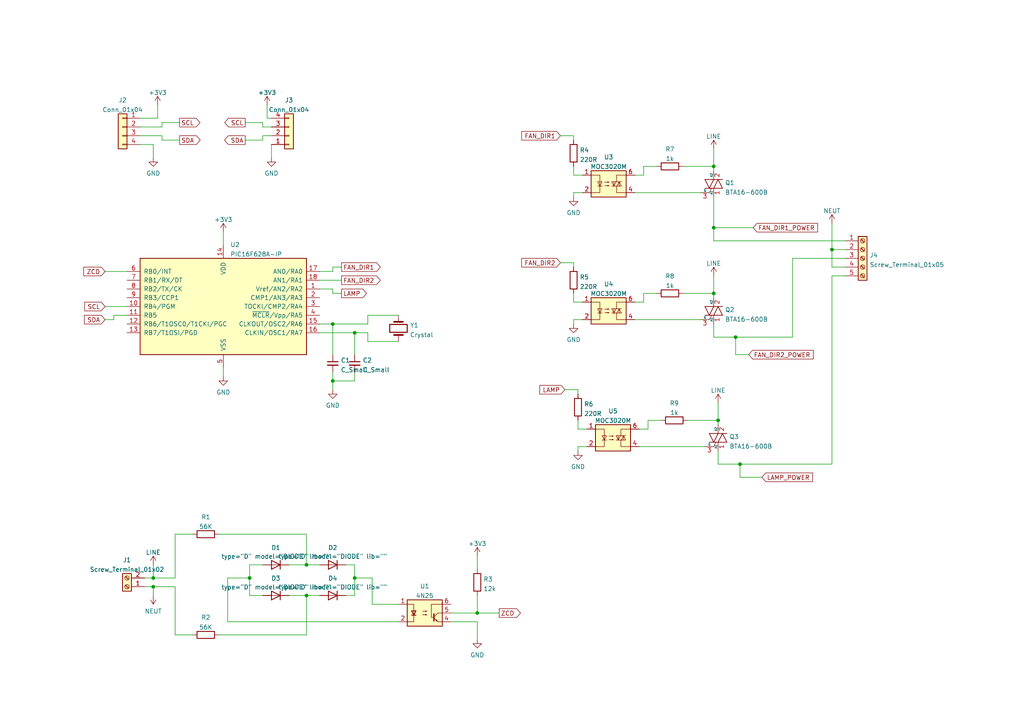
<source format=kicad_sch>
(kicad_sch (version 20211123) (generator eeschema)
  (paper "A4")
  (lib_symbols
    (symbol "Connector:Screw_Terminal_01x02" (pin_names (offset 1.016) hide)
      (property "Reference" "J" (at 0 2.54 0))
      (property "Value" "Screw_Terminal_01x02" (at 0 -5.08 0))
      (symbol "Screw_Terminal_01x02_1_1"
        (rectangle (start -1.27 1.27) (end 1.27 -3.81) (stroke (width 0.254)) (fill (type background)))
        (circle (center 0 -2.54) (radius 0.635) (stroke (width 0.1524)))
        (polyline (pts (xy -0.5334 -2.2098) (xy 0.3302 -3.048)) (stroke (width 0.1524)))
        (polyline (pts (xy -0.5334 0.3302) (xy 0.3302 -0.508)) (stroke (width 0.1524)))
        (polyline (pts (xy -0.3556 -2.032) (xy 0.508 -2.8702)) (stroke (width 0.1524)))
        (polyline (pts (xy -0.3556 0.508) (xy 0.508 -0.3302)) (stroke (width 0.1524)))
        (circle (center 0 0) (radius 0.635) (stroke (width 0.1524)))
        (pin passive line (at -5.08 0 0) (length 3.81) (name "Pin_1") (number "1"))
        (pin passive line (at -5.08 -2.54 0) (length 3.81) (name "Pin_2") (number "2"))
      )
    )
    (symbol "Connector:Screw_Terminal_01x05" (pin_names (offset 1.016) hide)
      (property "Reference" "J" (at 0 7.62 0))
      (property "Value" "Screw_Terminal_01x05" (at 0 -7.62 0))
      (symbol "Screw_Terminal_01x05_1_1"
        (rectangle (start -1.27 6.35) (end 1.27 -6.35) (stroke (width 0.254)) (fill (type background)))
        (circle (center 0 -5.08) (radius 0.635) (stroke (width 0.1524)))
        (circle (center 0 -2.54) (radius 0.635) (stroke (width 0.1524)))
        (polyline (pts (xy -0.5334 -4.7498) (xy 0.3302 -5.588)) (stroke (width 0.1524)))
        (polyline (pts (xy -0.5334 -2.2098) (xy 0.3302 -3.048)) (stroke (width 0.1524)))
        (polyline (pts (xy -0.5334 0.3302) (xy 0.3302 -0.508)) (stroke (width 0.1524)))
        (polyline (pts (xy -0.5334 2.8702) (xy 0.3302 2.032)) (stroke (width 0.1524)))
        (polyline (pts (xy -0.5334 5.4102) (xy 0.3302 4.572)) (stroke (width 0.1524)))
        (polyline (pts (xy -0.3556 -4.572) (xy 0.508 -5.4102)) (stroke (width 0.1524)))
        (polyline (pts (xy -0.3556 -2.032) (xy 0.508 -2.8702)) (stroke (width 0.1524)))
        (polyline (pts (xy -0.3556 0.508) (xy 0.508 -0.3302)) (stroke (width 0.1524)))
        (polyline (pts (xy -0.3556 3.048) (xy 0.508 2.2098)) (stroke (width 0.1524)))
        (polyline (pts (xy -0.3556 5.588) (xy 0.508 4.7498)) (stroke (width 0.1524)))
        (circle (center 0 0) (radius 0.635) (stroke (width 0.1524)))
        (circle (center 0 2.54) (radius 0.635) (stroke (width 0.1524)))
        (circle (center 0 5.08) (radius 0.635) (stroke (width 0.1524)))
        (pin passive line (at -5.08 5.08 0) (length 3.81) (name "Pin_1") (number "1"))
        (pin passive line (at -5.08 2.54 0) (length 3.81) (name "Pin_2") (number "2"))
        (pin passive line (at -5.08 0 0) (length 3.81) (name "Pin_3") (number "3"))
        (pin passive line (at -5.08 -2.54 0) (length 3.81) (name "Pin_4") (number "4"))
        (pin passive line (at -5.08 -5.08 0) (length 3.81) (name "Pin_5") (number "5"))
      )
    )
    (symbol "Connector_Generic:Conn_01x04" (pin_names (offset 1.016) hide)
      (property "Reference" "J" (at 0 5.08 0))
      (property "Value" "Conn_01x04" (at 0 -7.62 0))
      (symbol "Conn_01x04_1_1"
        (rectangle (start -1.27 -4.953) (end 0 -5.207) (stroke (width 0.1524)))
        (rectangle (start -1.27 -2.413) (end 0 -2.667) (stroke (width 0.1524)))
        (rectangle (start -1.27 0.127) (end 0 -0.127) (stroke (width 0.1524)))
        (rectangle (start -1.27 2.667) (end 0 2.413) (stroke (width 0.1524)))
        (rectangle (start -1.27 3.81) (end 1.27 -6.35) (stroke (width 0.254)) (fill (type background)))
        (pin passive line (at -5.08 2.54 0) (length 3.81) (name "Pin_1") (number "1"))
        (pin passive line (at -5.08 0 0) (length 3.81) (name "Pin_2") (number "2"))
        (pin passive line (at -5.08 -2.54 0) (length 3.81) (name "Pin_3") (number "3"))
        (pin passive line (at -5.08 -5.08 0) (length 3.81) (name "Pin_4") (number "4"))
      )
    )
    (symbol "Device:C_Small" (pin_numbers hide) (pin_names (offset 0.254) hide)
      (property "Reference" "C" (at 0.254 1.778 0))
      (property "Value" "C_Small" (at 0.254 -2.032 0))
      (symbol "C_Small_0_1"
        (polyline (pts (xy -1.524 -0.508) (xy 1.524 -0.508)) (stroke (width 0.3302)))
        (polyline (pts (xy -1.524 0.508) (xy 1.524 0.508)) (stroke (width 0.3048)))
      )
      (symbol "C_Small_1_1"
        (pin passive line (at 0 2.54 270) (length 2.032) (name "~") (number "1"))
        (pin passive line (at 0 -2.54 90) (length 2.032) (name "~") (number "2"))
      )
    )
    (symbol "Device:Crystal" (pin_numbers hide) (pin_names (offset 1.016) hide)
      (property "Reference" "Y" (at 0 3.81 0))
      (property "Value" "Crystal" (at 0 -3.81 0))
      (symbol "Crystal_0_1"
        (rectangle (start -1.143 2.54) (end 1.143 -2.54) (stroke (width 0.3048)))
        (polyline (pts (xy -2.54 0) (xy -1.905 0)))
        (polyline (pts (xy -1.905 -1.27) (xy -1.905 1.27)) (stroke (width 0.508)))
        (polyline (pts (xy 1.905 -1.27) (xy 1.905 1.27)) (stroke (width 0.508)))
        (polyline (pts (xy 2.54 0) (xy 1.905 0)))
      )
      (symbol "Crystal_1_1"
        (pin passive line (at -3.81 0 0) (length 1.27) (name "1") (number "1"))
        (pin passive line (at 3.81 0 180) (length 1.27) (name "2") (number "2"))
      )
    )
    (symbol "Device:R" (pin_numbers hide) (pin_names (offset 0))
      (property "Reference" "R" (at 2.032 0 90))
      (property "Value" "R" (at 0 0 90))
      (symbol "R_0_1"
        (rectangle (start -1.016 -2.54) (end 1.016 2.54) (stroke (width 0.254)))
      )
      (symbol "R_1_1"
        (pin passive line (at 0 3.81 270) (length 1.27) (name "~") (number "1"))
        (pin passive line (at 0 -3.81 90) (length 1.27) (name "~") (number "2"))
      )
    )
    (symbol "Diode:1N4001" (pin_numbers hide) (pin_names (offset 1.016) hide)
      (property "Reference" "D" (at 0 2.54 0))
      (property "Value" "1N4001" (at 0 -2.54 0))
      (symbol "1N4001_0_1"
        (polyline (pts (xy -1.27 1.27) (xy -1.27 -1.27)) (stroke (width 0.254)))
        (polyline (pts (xy 1.27 0) (xy -1.27 0)))
        (polyline (pts (xy 1.27 1.27) (xy 1.27 -1.27) (xy -1.27 0) (xy 1.27 1.27)) (stroke (width 0.254)))
      )
      (symbol "1N4001_1_1"
        (pin passive line (at -3.81 0 0) (length 2.54) (name "K") (number "1"))
        (pin passive line (at 3.81 0 180) (length 2.54) (name "A") (number "2"))
      )
    )
    (symbol "Isolator:4N25" (pin_names (offset 1.016))
      (property "Reference" "U" (at -5.08 5.08 0))
      (property "Value" "4N25" (at 0 5.08 0))
      (symbol "4N25_0_1"
        (rectangle (start -5.08 3.81) (end 5.08 -3.81) (stroke (width 0.254)) (fill (type background)))
        (polyline (pts (xy -3.81 -0.635) (xy -2.54 -0.635)) (stroke (width 0.254)))
        (polyline (pts (xy 2.667 -1.397) (xy 3.81 -2.54)))
        (polyline (pts (xy 2.667 -1.143) (xy 3.81 0)))
        (polyline (pts (xy 3.81 -2.54) (xy 5.08 -2.54)))
        (polyline (pts (xy 3.81 0) (xy 5.08 0)))
        (polyline (pts (xy 2.667 -0.254) (xy 2.667 -2.286) (xy 2.667 -2.286)) (stroke (width 0.3556)))
        (polyline (pts (xy -5.08 -2.54) (xy -3.175 -2.54) (xy -3.175 2.54) (xy -5.08 2.54)))
        (polyline (pts (xy -3.175 -0.635) (xy -3.81 0.635) (xy -2.54 0.635) (xy -3.175 -0.635)) (stroke (width 0.254)))
        (polyline (pts (xy 3.683 -2.413) (xy 3.429 -1.905) (xy 3.175 -2.159) (xy 3.683 -2.413)))
        (polyline (pts (xy 5.08 2.54) (xy 1.905 2.54) (xy 1.905 -1.27) (xy 2.54 -1.27)))
        (polyline (pts (xy -0.635 -0.508) (xy 0.635 -0.508) (xy 0.254 -0.635) (xy 0.254 -0.381) (xy 0.635 -0.508)))
        (polyline (pts (xy -0.635 0.508) (xy 0.635 0.508) (xy 0.254 0.381) (xy 0.254 0.635) (xy 0.635 0.508)))
      )
      (symbol "4N25_1_1"
        (pin passive line (at -7.62 2.54 0) (length 2.54) (name "~") (number "1"))
        (pin passive line (at -7.62 -2.54 0) (length 2.54) (name "~") (number "2"))
        (pin no_connect line (at -5.08 0 0) (length 2.54) hide (name "NC") (number "3"))
        (pin passive line (at 7.62 -2.54 180) (length 2.54) (name "~") (number "4"))
        (pin passive line (at 7.62 0 180) (length 2.54) (name "~") (number "5"))
        (pin passive line (at 7.62 2.54 180) (length 2.54) (name "~") (number "6"))
      )
    )
    (symbol "MCU_Microchip_PIC16:PIC16F628A-IP" (pin_names (offset 1.016))
      (property "Reference" "U" (at -24.13 17.78 0))
      (property "Value" "PIC16F628A-IP" (at -24.13 15.24 0))
      (symbol "PIC16F628A-IP_0_1"
        (rectangle (start 24.13 13.97) (end -24.13 -13.97) (stroke (width 0.254)) (fill (type background)))
      )
      (symbol "PIC16F628A-IP_1_1"
        (pin bidirectional line (at 27.94 5.08 180) (length 3.81) (name "Vref/AN2/RA2") (number "1"))
        (pin bidirectional line (at -27.94 0 0) (length 3.81) (name "RB4/PGM") (number "10"))
        (pin bidirectional line (at -27.94 -2.54 0) (length 3.81) (name "RB5") (number "11"))
        (pin bidirectional line (at -27.94 -5.08 0) (length 3.81) (name "RB6/T1OSC0/T1CKI/PGC") (number "12"))
        (pin bidirectional line (at -27.94 -7.62 0) (length 3.81) (name "RB7/T1OSI/PGD") (number "13"))
        (pin power_in line (at 0 17.78 270) (length 3.81) (name "VDD") (number "14"))
        (pin bidirectional line (at 27.94 -5.08 180) (length 3.81) (name "CLKOUT/OSC2/RA6") (number "15"))
        (pin bidirectional line (at 27.94 -7.62 180) (length 3.81) (name "CLKIN/OSC1/RA7") (number "16"))
        (pin bidirectional line (at 27.94 10.16 180) (length 3.81) (name "AN0/RA0") (number "17"))
        (pin bidirectional line (at 27.94 7.62 180) (length 3.81) (name "AN1/RA1") (number "18"))
        (pin bidirectional line (at 27.94 2.54 180) (length 3.81) (name "CMP1/AN3/RA3") (number "2"))
        (pin bidirectional line (at 27.94 0 180) (length 3.81) (name "TOCKI/CMP2/RA4") (number "3"))
        (pin input line (at 27.94 -2.54 180) (length 3.81) (name "~{MCLR}/Vpp/RA5") (number "4"))
        (pin power_in line (at 0 -17.78 90) (length 3.81) (name "VSS") (number "5"))
        (pin bidirectional line (at -27.94 10.16 0) (length 3.81) (name "RB0/INT") (number "6"))
        (pin bidirectional line (at -27.94 7.62 0) (length 3.81) (name "RB1/RX/DT") (number "7"))
        (pin bidirectional line (at -27.94 5.08 0) (length 3.81) (name "RB2/TX/CK") (number "8"))
        (pin bidirectional line (at -27.94 2.54 0) (length 3.81) (name "RB3/CCP1") (number "9"))
      )
    )
    (symbol "Relay_SolidState:MOC3020M"
      (property "Reference" "U" (at -5.334 4.826 0))
      (property "Value" "MOC3020M" (at 0 5.08 0))
      (symbol "MOC3020M_0_1"
        (rectangle (start -5.08 3.81) (end 5.08 -3.81) (stroke (width 0.254)) (fill (type background)))
        (polyline (pts (xy -3.175 -0.635) (xy -1.905 -0.635)))
        (polyline (pts (xy 1.524 -0.635) (xy 1.524 0.635)))
        (polyline (pts (xy 3.048 0.635) (xy 3.048 -0.635)))
        (polyline (pts (xy 2.286 -0.635) (xy 2.286 -2.54) (xy 5.08 -2.54)))
        (polyline (pts (xy 2.286 0.635) (xy 2.286 2.54) (xy 5.08 2.54)))
        (polyline (pts (xy -5.08 2.54) (xy -2.54 2.54) (xy -2.54 -2.54) (xy -5.08 -2.54)))
        (polyline (pts (xy -2.54 -0.635) (xy -3.175 0.635) (xy -1.905 0.635) (xy -2.54 -0.635)))
        (polyline (pts (xy 0.889 -0.635) (xy 3.683 -0.635) (xy 3.048 0.635) (xy 2.413 -0.635)))
        (polyline (pts (xy 3.683 0.635) (xy 0.889 0.635) (xy 1.524 -0.635) (xy 2.159 0.635)))
        (polyline (pts (xy -1.143 -0.508) (xy 0.127 -0.508) (xy -0.254 -0.635) (xy -0.254 -0.381) (xy 0.127 -0.508)))
        (polyline (pts (xy -1.143 0.508) (xy 0.127 0.508) (xy -0.254 0.381) (xy -0.254 0.635) (xy 0.127 0.508)))
      )
      (symbol "MOC3020M_1_1"
        (pin passive line (at -7.62 2.54 0) (length 2.54) (name "~") (number "1"))
        (pin passive line (at -7.62 -2.54 0) (length 2.54) (name "~") (number "2"))
        (pin no_connect line (at -5.08 0 0) (length 2.54) hide (name "NC") (number "3"))
        (pin passive line (at 7.62 -2.54 180) (length 2.54) (name "~") (number "4"))
        (pin no_connect line (at 5.08 0 180) (length 2.54) hide (name "NC") (number "5"))
        (pin passive line (at 7.62 2.54 180) (length 2.54) (name "~") (number "6"))
      )
    )
    (symbol "Triac_Thyristor:BTA16-600B" (pin_names (offset 0))
      (property "Reference" "Q" (at 5.08 1.905 0))
      (property "Value" "BTA16-600B" (at 5.08 0 0))
      (symbol "BTA16-600B_0_1"
        (polyline (pts (xy -2.54 -1.27) (xy 2.54 -1.27)) (stroke (width 0.2032)))
        (polyline (pts (xy -2.54 1.27) (xy 2.54 1.27)) (stroke (width 0.2032)))
        (polyline (pts (xy -1.27 -2.54) (xy -0.635 -1.27)))
        (polyline (pts (xy -2.54 1.27) (xy -1.27 -1.27) (xy 0 1.27)) (stroke (width 0.2032)))
        (polyline (pts (xy 0 -1.27) (xy 1.27 1.27) (xy 2.54 -1.27)) (stroke (width 0.2032)))
      )
      (symbol "BTA16-600B_1_1"
        (pin passive line (at 0 -3.81 90) (length 2.54) (name "A1") (number "1"))
        (pin passive line (at 0 3.81 270) (length 2.54) (name "A2") (number "2"))
        (pin input line (at -3.81 -2.54 0) (length 2.54) (name "G") (number "3"))
      )
    )
    (symbol "power:+3.3V" (power) (pin_names (offset 0))
      (property "Value" "+3.3V" (at 0 3.556 0))
      (symbol "+3.3V_0_1"
        (polyline (pts (xy -0.762 1.27) (xy 0 2.54)))
        (polyline (pts (xy 0 0) (xy 0 2.54)))
        (polyline (pts (xy 0 2.54) (xy 0.762 1.27)))
      )
      (symbol "+3.3V_1_1"
        (pin power_in line (at 0 0 90) (length 0) hide (name "+3V3") (number "1"))
      )
    )
    (symbol "power:GND" (power) (pin_names (offset 0))
      (property "Value" "GND" (at 0 -3.81 0))
      (symbol "GND_0_1"
        (polyline (pts (xy 0 0) (xy 0 -1.27) (xy 1.27 -1.27) (xy 0 -2.54) (xy -1.27 -1.27) (xy 0 -1.27)))
      )
      (symbol "GND_1_1"
        (pin power_in line (at 0 0 270) (length 0) hide (name "GND") (number "1"))
      )
    )
    (symbol "power:LINE" (power) (pin_names (offset 0))
      (property "Value" "LINE" (at 0 3.81 0))
      (symbol "LINE_0_1"
        (polyline (pts (xy -0.762 1.27) (xy 0 2.54)))
        (polyline (pts (xy 0 0) (xy 0 2.54)))
        (polyline (pts (xy 0 2.54) (xy 0.762 1.27)))
      )
      (symbol "LINE_1_1"
        (pin power_in line (at 0 0 90) (length 0) hide (name "LINE") (number "1"))
      )
    )
    (symbol "power:NEUT" (power) (pin_names (offset 0))
      (property "Value" "NEUT" (at 0 3.81 0))
      (symbol "NEUT_0_1"
        (polyline (pts (xy -0.762 1.27) (xy 0 2.54)))
        (polyline (pts (xy 0 0) (xy 0 2.54)))
        (polyline (pts (xy 0 2.54) (xy 0.762 1.27)))
      )
      (symbol "NEUT_1_1"
        (pin power_in line (at 0 0 90) (length 0) hide (name "NEUT") (number "1"))
      )
    )
  )
  (junction (at 102.87 96.52))
  (junction (at 207.01 85.09))
  (junction (at 214.63 134.62))
  (junction (at 102.87 167.64))
  (junction (at 213.36 97.79))
  (junction (at 207.01 48.26))
  (junction (at 88.9 172.72))
  (junction (at 207.01 66.04))
  (junction (at 72.39 167.64))
  (junction (at 88.9 163.83))
  (junction (at 96.52 110.49))
  (junction (at 241.3 72.39))
  (junction (at 208.28 121.92))
  (junction (at 138.43 177.8))
  (junction (at 44.45 170.18))
  (junction (at 96.52 93.98))
  (junction (at 44.45 167.64))
  (wire (pts (xy 107.95 175.26) (xy 107.95 167.64)))
  (wire (pts (xy 106.68 96.52) (xy 102.87 96.52)))
  (wire (pts (xy 190.5 85.09) (xy 186.69 85.09)))
  (wire (pts (xy 199.39 121.92) (xy 208.28 121.92)))
  (wire (pts (xy 76.2 36.83) (xy 78.74 36.83)))
  (wire (pts (xy 88.9 154.94) (xy 88.9 163.83)))
  (wire (pts (xy 64.77 106.68) (xy 64.77 109.22)))
  (wire (pts (xy 214.63 138.43) (xy 214.63 134.62)))
  (wire (pts (xy 207.01 86.36) (xy 207.01 85.09)))
  (wire (pts (xy 76.2 36.83) (xy 76.2 35.56)))
  (wire (pts (xy 71.12 40.64) (xy 76.2 40.64)))
  (wire (pts (xy 198.12 48.26) (xy 207.01 48.26)))
  (wire (pts (xy 214.63 134.62) (xy 241.3 134.62)))
  (wire (pts (xy 44.45 41.91) (xy 44.45 45.72)))
  (wire (pts (xy 100.33 163.83) (xy 102.87 163.83)))
  (wire (pts (xy 166.37 48.26) (xy 166.37 50.8)))
  (wire (pts (xy 63.5 184.15) (xy 88.9 184.15)))
  (wire (pts (xy 50.8 184.15) (xy 50.8 170.18)))
  (wire (pts (xy 55.88 184.15) (xy 50.8 184.15)))
  (wire (pts (xy 50.8 154.94) (xy 50.8 167.64)))
  (wire (pts (xy 245.11 74.93) (xy 229.87 74.93)))
  (wire (pts (xy 83.82 172.72) (xy 88.9 172.72)))
  (wire (pts (xy 115.57 175.26) (xy 107.95 175.26)))
  (wire (pts (xy 50.8 170.18) (xy 44.45 170.18)))
  (wire (pts (xy 162.56 39.37) (xy 166.37 39.37)))
  (wire (pts (xy 207.01 69.85) (xy 245.11 69.85)))
  (wire (pts (xy 191.77 121.92) (xy 187.96 121.92)))
  (wire (pts (xy 96.52 110.49) (xy 96.52 113.03)))
  (wire (pts (xy 106.68 91.44) (xy 106.68 93.98)))
  (wire (pts (xy 207.01 66.04) (xy 218.44 66.04)))
  (wire (pts (xy 102.87 110.49) (xy 96.52 110.49)))
  (wire (pts (xy 166.37 57.15) (xy 166.37 55.88)))
  (wire (pts (xy 96.52 83.82) (xy 92.71 83.82)))
  (wire (pts (xy 96.52 93.98) (xy 92.71 93.98)))
  (wire (pts (xy 167.64 124.46) (xy 170.18 124.46)))
  (wire (pts (xy 40.64 41.91) (xy 44.45 41.91)))
  (wire (pts (xy 167.64 129.54) (xy 170.18 129.54)))
  (wire (pts (xy 115.57 99.06) (xy 106.68 99.06)))
  (wire (pts (xy 208.28 134.62) (xy 208.28 130.81)))
  (wire (pts (xy 130.81 180.34) (xy 138.43 180.34)))
  (wire (pts (xy 76.2 40.64) (xy 76.2 39.37)))
  (wire (pts (xy 138.43 177.8) (xy 130.81 177.8)))
  (wire (pts (xy 166.37 92.71) (xy 168.91 92.71)))
  (wire (pts (xy 213.36 97.79) (xy 207.01 97.79)))
  (wire (pts (xy 78.74 41.91) (xy 78.74 45.72)))
  (wire (pts (xy 167.64 121.92) (xy 167.64 124.46)))
  (wire (pts (xy 138.43 180.34) (xy 138.43 185.42)))
  (wire (pts (xy 46.99 36.83) (xy 46.99 35.56)))
  (wire (pts (xy 208.28 134.62) (xy 214.63 134.62)))
  (wire (pts (xy 88.9 172.72) (xy 92.71 172.72)))
  (wire (pts (xy 92.71 81.28) (xy 99.06 81.28)))
  (wire (pts (xy 83.82 163.83) (xy 88.9 163.83)))
  (wire (pts (xy 115.57 91.44) (xy 106.68 91.44)))
  (wire (pts (xy 163.83 113.03) (xy 167.64 113.03)))
  (wire (pts (xy 102.87 163.83) (xy 102.87 167.64)))
  (wire (pts (xy 167.64 113.03) (xy 167.64 114.3)))
  (wire (pts (xy 102.87 167.64) (xy 102.87 172.72)))
  (wire (pts (xy 138.43 172.72) (xy 138.43 177.8)))
  (wire (pts (xy 229.87 97.79) (xy 213.36 97.79)))
  (wire (pts (xy 217.17 102.87) (xy 213.36 102.87)))
  (wire (pts (xy 213.36 97.79) (xy 213.36 102.87)))
  (wire (pts (xy 44.45 167.64) (xy 41.91 167.64)))
  (wire (pts (xy 36.83 91.44) (xy 33.02 91.44)))
  (wire (pts (xy 96.52 107.95) (xy 96.52 110.49)))
  (wire (pts (xy 45.72 34.29) (xy 45.72 30.48)))
  (wire (pts (xy 44.45 163.83) (xy 44.45 167.64)))
  (wire (pts (xy 72.39 167.64) (xy 72.39 172.72)))
  (wire (pts (xy 99.06 85.09) (xy 96.52 85.09)))
  (wire (pts (xy 241.3 72.39) (xy 245.11 72.39)))
  (wire (pts (xy 76.2 39.37) (xy 78.74 39.37)))
  (wire (pts (xy 33.02 92.71) (xy 30.48 92.71)))
  (wire (pts (xy 50.8 167.64) (xy 44.45 167.64)))
  (wire (pts (xy 63.5 154.94) (xy 88.9 154.94)))
  (wire (pts (xy 102.87 107.95) (xy 102.87 110.49)))
  (wire (pts (xy 186.69 50.8) (xy 184.15 50.8)))
  (wire (pts (xy 107.95 167.64) (xy 102.87 167.64)))
  (wire (pts (xy 245.11 77.47) (xy 241.3 77.47)))
  (wire (pts (xy 46.99 40.64) (xy 46.99 39.37)))
  (wire (pts (xy 33.02 91.44) (xy 33.02 92.71)))
  (wire (pts (xy 166.37 87.63) (xy 168.91 87.63)))
  (wire (pts (xy 88.9 184.15) (xy 88.9 172.72)))
  (wire (pts (xy 96.52 85.09) (xy 96.52 83.82)))
  (wire (pts (xy 166.37 85.09) (xy 166.37 87.63)))
  (wire (pts (xy 186.69 87.63) (xy 184.15 87.63)))
  (wire (pts (xy 66.04 180.34) (xy 66.04 167.64)))
  (wire (pts (xy 40.64 39.37) (xy 46.99 39.37)))
  (wire (pts (xy 72.39 172.72) (xy 76.2 172.72)))
  (wire (pts (xy 40.64 34.29) (xy 45.72 34.29)))
  (wire (pts (xy 166.37 50.8) (xy 168.91 50.8)))
  (wire (pts (xy 102.87 96.52) (xy 92.71 96.52)))
  (wire (pts (xy 241.3 80.01) (xy 245.11 80.01)))
  (wire (pts (xy 138.43 161.29) (xy 138.43 165.1)))
  (wire (pts (xy 76.2 35.56) (xy 71.12 35.56)))
  (wire (pts (xy 96.52 77.47) (xy 96.52 78.74)))
  (wire (pts (xy 55.88 154.94) (xy 50.8 154.94)))
  (wire (pts (xy 208.28 116.84) (xy 208.28 121.92)))
  (wire (pts (xy 187.96 121.92) (xy 187.96 124.46)))
  (wire (pts (xy 186.69 48.26) (xy 186.69 50.8)))
  (wire (pts (xy 241.3 64.77) (xy 241.3 72.39)))
  (wire (pts (xy 96.52 78.74) (xy 92.71 78.74)))
  (wire (pts (xy 184.15 55.88) (xy 203.2 55.88)))
  (wire (pts (xy 88.9 163.83) (xy 92.71 163.83)))
  (wire (pts (xy 46.99 35.56) (xy 52.07 35.56)))
  (wire (pts (xy 77.47 34.29) (xy 77.47 30.48)))
  (wire (pts (xy 162.56 76.2) (xy 166.37 76.2)))
  (wire (pts (xy 207.01 97.79) (xy 207.01 93.98)))
  (wire (pts (xy 186.69 85.09) (xy 186.69 87.63)))
  (wire (pts (xy 198.12 85.09) (xy 207.01 85.09)))
  (wire (pts (xy 166.37 76.2) (xy 166.37 77.47)))
  (wire (pts (xy 115.57 180.34) (xy 66.04 180.34)))
  (wire (pts (xy 77.47 34.29) (xy 78.74 34.29)))
  (wire (pts (xy 52.07 40.64) (xy 46.99 40.64)))
  (wire (pts (xy 76.2 163.83) (xy 72.39 163.83)))
  (wire (pts (xy 166.37 55.88) (xy 168.91 55.88)))
  (wire (pts (xy 138.43 177.8) (xy 144.78 177.8)))
  (wire (pts (xy 229.87 74.93) (xy 229.87 97.79)))
  (wire (pts (xy 207.01 57.15) (xy 207.01 66.04)))
  (wire (pts (xy 166.37 93.98) (xy 166.37 92.71)))
  (wire (pts (xy 44.45 170.18) (xy 41.91 170.18)))
  (wire (pts (xy 207.01 43.18) (xy 207.01 48.26)))
  (wire (pts (xy 220.98 138.43) (xy 214.63 138.43)))
  (wire (pts (xy 241.3 77.47) (xy 241.3 72.39)))
  (wire (pts (xy 207.01 49.53) (xy 207.01 48.26)))
  (wire (pts (xy 190.5 48.26) (xy 186.69 48.26)))
  (wire (pts (xy 30.48 88.9) (xy 36.83 88.9)))
  (wire (pts (xy 106.68 99.06) (xy 106.68 96.52)))
  (wire (pts (xy 185.42 129.54) (xy 204.47 129.54)))
  (wire (pts (xy 102.87 172.72) (xy 100.33 172.72)))
  (wire (pts (xy 167.64 130.81) (xy 167.64 129.54)))
  (wire (pts (xy 166.37 39.37) (xy 166.37 40.64)))
  (wire (pts (xy 30.48 78.74) (xy 36.83 78.74)))
  (wire (pts (xy 66.04 167.64) (xy 72.39 167.64)))
  (wire (pts (xy 96.52 93.98) (xy 96.52 102.87)))
  (wire (pts (xy 207.01 66.04) (xy 207.01 69.85)))
  (wire (pts (xy 207.01 80.01) (xy 207.01 85.09)))
  (wire (pts (xy 208.28 123.19) (xy 208.28 121.92)))
  (wire (pts (xy 187.96 124.46) (xy 185.42 124.46)))
  (wire (pts (xy 40.64 36.83) (xy 46.99 36.83)))
  (wire (pts (xy 184.15 92.71) (xy 203.2 92.71)))
  (wire (pts (xy 64.77 67.31) (xy 64.77 71.12)))
  (wire (pts (xy 72.39 163.83) (xy 72.39 167.64)))
  (wire (pts (xy 106.68 93.98) (xy 96.52 93.98)))
  (wire (pts (xy 99.06 77.47) (xy 96.52 77.47)))
  (wire (pts (xy 241.3 134.62) (xy 241.3 80.01)))
  (wire (pts (xy 44.45 172.72) (xy 44.45 170.18)))
  (wire (pts (xy 102.87 96.52) (xy 102.87 102.87)))
  (global_label "SCL" (shape output) (at 71.12 35.56 180) (property "Referências entre as folhas" "${INTERSHEET_REFS}" (effects hide)))
  (global_label "FAN_DIR2" (shape output) (at 99.06 81.28 0) (property "Referências entre as folhas" "${INTERSHEET_REFS}" (effects hide)))
  (global_label "LAMP" (shape output) (at 99.06 85.09 0) (property "Referências entre as folhas" "${INTERSHEET_REFS}" (effects hide)))
  (global_label "SCL" (shape output) (at 52.07 35.56 0) (property "Referências entre as folhas" "${INTERSHEET_REFS}" (effects hide)))
  (global_label "FAN_DIR1" (shape output) (at 99.06 77.47 0) (property "Referências entre as folhas" "${INTERSHEET_REFS}" (effects hide)))
  (global_label "SDA" (shape input) (at 30.48 92.71 180) (property "Referências entre as folhas" "${INTERSHEET_REFS}" (effects hide)))
  (global_label "SDA" (shape output) (at 52.07 40.64 0) (property "Referências entre as folhas" "${INTERSHEET_REFS}" (effects hide)))
  (global_label "ZCD" (shape output) (at 144.78 177.8 0) (property "Referências entre as folhas" "${INTERSHEET_REFS}" (effects hide)))
  (global_label "ZCD" (shape input) (at 30.48 78.74 180) (property "Referências entre as folhas" "${INTERSHEET_REFS}" (effects hide)))
  (global_label "SDA" (shape output) (at 71.12 40.64 180) (property "Referências entre as folhas" "${INTERSHEET_REFS}" (effects hide)))
  (global_label "LAMP_POWER" (shape input) (at 220.98 138.43 0) (property "Intersheet References" "${INTERSHEET_REFS}" (effects hide)))
  (global_label "FAN_DIR2" (shape input) (at 162.56 76.2 180) (property "Referências entre as folhas" "${INTERSHEET_REFS}" (effects hide)))
  (global_label "LAMP" (shape input) (at 163.83 113.03 180) (property "Referências entre as folhas" "${INTERSHEET_REFS}" (effects hide)))
  (global_label "FAN_DIR1_POWER" (shape input) (at 218.44 66.04 0) (property "Intersheet References" "${INTERSHEET_REFS}" (effects hide)))
  (global_label "SCL" (shape input) (at 30.48 88.9 180) (property "Referências entre as folhas" "${INTERSHEET_REFS}" (effects hide)))
  (global_label "FAN_DIR2_POWER" (shape input) (at 217.17 102.87 0) (property "Intersheet References" "${INTERSHEET_REFS}" (effects hide)))
  (global_label "FAN_DIR1" (shape input) (at 162.56 39.37 180) (property "Referências entre as folhas" "${INTERSHEET_REFS}" (effects hide)))
  (symbol (lib_id "power:+3.3V") (at 138.43 161.29 0) (unit 1)
    (property "Reference" "#PWR0111" (effects hide))
    (property "Value" "+3.3V" (at 138.43 157.6855 0))
  )
  (symbol (lib_id "Device:R") (at 195.58 121.92 270) (unit 1)
    (property "Reference" "R9" (at 195.58 116.9375 90))
    (property "Value" "1k" (at 195.58 119.7126 90))
    (property "Footprint" "Resistor_THT:R_Axial_DIN0207_L6.3mm_D2.5mm_P10.16mm_Horizontal" (effects hide))
  )
  (symbol (lib_id "Device:C_Small") (at 102.87 105.41 0) (unit 1)
    (property "Reference" "C2" (at 105.1941 104.5078 0) (effects (justify left)))
    (property "Value" "C_Small" (at 105.1941 107.2829 0) (effects (justify left)))
    (property "Footprint" "Capacitor_THT:C_Disc_D3.0mm_W1.6mm_P2.50mm" (effects hide))
  )
  (symbol (lib_id "Diode:1N4001") (at 96.52 163.83 180) (unit 1)
    (property "Reference" "D2" (at 96.52 158.8602 0))
    (property "Value" "DIODE" (at 96.52 161.3971 0))
    (property "Footprint" "Diode_THT:D_A-405_P7.62mm_Horizontal" (effects hide))
    (property "Datasheet" "http://www.vishay.com/docs/88503/1n4001.pdf" (effects hide))
    (property "Spice_Netlist_Enabled" "Y" (effects hide))
    (property "Spice_Primitive" "D" (effects hide))
  )
  (symbol (lib_id "Relay_SolidState:MOC3020M") (at 176.53 90.17 0) (unit 1)
    (property "Reference" "U4" (at 176.53 82.3935 0))
    (property "Value" "MOC3020M" (at 176.53 85.1686 0))
    (property "Footprint" "Package_DIP:DIP-6_W7.62mm" (effects hide))
    (property "Datasheet" "https://www.onsemi.com/pub/Collateral/MOC3023M-D.PDF" (effects hide))
  )
  (symbol (lib_id "Triac_Thyristor:BTA16-600B") (at 207.01 53.34 0) (unit 1)
    (property "Reference" "Q1" (at 210.2866 53.0157 0) (effects (justify left)))
    (property "Value" "BTA16-600B" (at 210.2866 55.7908 0) (effects (justify left)))
    (property "Footprint" "Package_TO_SOT_THT:TO-220-3_Vertical" (effects hide))
    (property "Datasheet" "https://www.st.com/resource/en/datasheet/bta16.pdf" (effects hide))
  )
  (symbol (lib_id "Device:R") (at 59.69 154.94 90) (unit 1)
    (property "Reference" "R1" (at 59.69 149.9575 90))
    (property "Value" "56K" (at 59.69 152.7326 90))
    (property "Footprint" "Resistor_THT:R_Axial_DIN0207_L6.3mm_D2.5mm_P10.16mm_Horizontal" (effects hide))
  )
  (symbol (lib_id "Device:Crystal") (at 115.57 95.25 270) (unit 1)
    (property "Reference" "Y1" (at 118.8974 94.3415 90) (effects (justify left)))
    (property "Value" "Crystal" (at 118.8974 97.1166 90) (effects (justify left)))
    (property "Footprint" "Crystal:Crystal_HC18-U_Vertical" (effects hide))
  )
  (symbol (lib_id "power:+3.3V") (at 77.47 30.48 0) (mirror y) (unit 1)
    (property "Reference" "#PWR0107" (effects hide))
    (property "Value" "+3.3V" (at 77.47 26.8755 0))
  )
  (symbol (lib_id "power:GND") (at 96.52 113.03 0) (unit 1)
    (property "Reference" "#PWR0101" (effects hide))
    (property "Value" "GND" (at 96.52 117.5925 0))
  )
  (symbol (lib_id "power:+3.3V") (at 64.77 67.31 0) (unit 1)
    (property "Reference" "#PWR0104" (effects hide))
    (property "Value" "+3.3V" (at 64.77 63.7055 0))
  )
  (symbol (lib_id "Device:R") (at 194.31 48.26 270) (unit 1)
    (property "Reference" "R7" (at 194.31 43.2775 90))
    (property "Value" "1k" (at 194.31 46.0526 90))
    (property "Footprint" "Resistor_THT:R_Axial_DIN0207_L6.3mm_D2.5mm_P10.16mm_Horizontal" (effects hide))
  )
  (symbol (lib_id "Device:R") (at 194.31 85.09 270) (unit 1)
    (property "Reference" "R8" (at 194.31 80.1075 90))
    (property "Value" "1k" (at 194.31 82.8826 90))
    (property "Footprint" "Resistor_THT:R_Axial_DIN0207_L6.3mm_D2.5mm_P10.16mm_Horizontal" (effects hide))
  )
  (symbol (lib_id "power:LINE") (at 207.01 43.18 0) (unit 1)
    (property "Reference" "#PWR0112" (effects hide))
    (property "Value" "LINE" (at 207.01 39.5755 0))
  )
  (symbol (lib_id "MCU_Microchip_PIC16:PIC16F628A-IP") (at 64.77 88.9 0) (unit 1)
    (property "Reference" "U2" (at 66.7894 70.9635 0) (effects (justify left)))
    (property "Value" "PIC16F628A-IP" (at 66.7894 73.7386 0) (effects (justify left)))
    (property "Footprint" "Package_DIP:DIP-18_W7.62mm" (effects hide))
    (property "Datasheet" "http://ww1.microchip.com/downloads/en/DeviceDoc/40300c.pdf" (effects hide))
  )
  (symbol (lib_id "Device:C_Small") (at 96.52 105.41 0) (unit 1)
    (property "Reference" "C1" (at 98.8441 104.5078 0) (effects (justify left)))
    (property "Value" "C_Small" (at 98.8441 107.2829 0) (effects (justify left)))
    (property "Footprint" "Capacitor_THT:C_Disc_D3.0mm_W1.6mm_P2.50mm" (effects hide))
  )
  (symbol (lib_id "Device:R") (at 166.37 81.28 0) (unit 1)
    (property "Reference" "R5" (at 168.148 80.3715 0) (effects (justify left)))
    (property "Value" "220R" (at 168.148 83.1466 0) (effects (justify left)))
    (property "Footprint" "Resistor_THT:R_Axial_DIN0207_L6.3mm_D2.5mm_P10.16mm_Horizontal" (effects hide))
  )
  (symbol (lib_id "Device:R") (at 166.37 44.45 0) (unit 1)
    (property "Reference" "R4" (at 168.148 43.5415 0) (effects (justify left)))
    (property "Value" "220R" (at 168.148 46.3166 0) (effects (justify left)))
    (property "Footprint" "Resistor_THT:R_Axial_DIN0207_L6.3mm_D2.5mm_P10.16mm_Horizontal" (effects hide))
  )
  (symbol (lib_id "power:LINE") (at 208.28 116.84 0) (unit 1)
    (property "Reference" "#PWR0118" (effects hide))
    (property "Value" "LINE" (at 208.28 113.2355 0))
  )
  (symbol (lib_id "power:GND") (at 44.45 45.72 0) (unit 1)
    (property "Reference" "#PWR0102" (effects hide))
    (property "Value" "GND" (at 44.45 50.2825 0))
  )
  (symbol (lib_id "Device:R") (at 167.64 118.11 0) (unit 1)
    (property "Reference" "R6" (at 169.418 117.2015 0) (effects (justify left)))
    (property "Value" "220R" (at 169.418 119.9766 0) (effects (justify left)))
    (property "Footprint" "Resistor_THT:R_Axial_DIN0207_L6.3mm_D2.5mm_P10.16mm_Horizontal" (effects hide))
  )
  (symbol (lib_id "Connector_Generic:Conn_01x04") (at 83.82 39.37 0) (mirror x) (unit 1)
    (property "Reference" "J3" (at 83.82 29.0535 0))
    (property "Value" "Conn_01x04" (at 83.82 31.8286 0))
    (property "Footprint" "Connector_JST:JST_EH_S4B-EH_1x04_P2.50mm_Horizontal" (effects hide))
  )
  (symbol (lib_id "Isolator:4N25") (at 123.19 177.8 0) (unit 1)
    (property "Reference" "U1" (at 123.19 170.0235 0))
    (property "Value" "4N25" (at 123.19 172.7986 0))
    (property "Footprint" "Package_DIP:DIP-6_W7.62mm" (effects hide))
    (property "Datasheet" "https://www.vishay.com/docs/83725/4n25.pdf" (effects hide))
  )
  (symbol (lib_id "power:LINE") (at 207.01 80.01 0) (unit 1)
    (property "Reference" "#PWR0113" (effects hide))
    (property "Value" "LINE" (at 207.01 76.4055 0))
  )
  (symbol (lib_id "Diode:1N4001") (at 80.01 172.72 180) (unit 1)
    (property "Reference" "D3" (at 80.01 167.7502 0))
    (property "Value" "DIODE" (at 80.01 170.2871 0))
    (property "Footprint" "Diode_THT:D_A-405_P7.62mm_Horizontal" (effects hide))
    (property "Datasheet" "http://www.vishay.com/docs/88503/1n4001.pdf" (effects hide))
    (property "Spice_Netlist_Enabled" "Y" (effects hide))
    (property "Spice_Primitive" "D" (effects hide))
  )
  (symbol (lib_id "power:LINE") (at 44.45 163.83 0) (unit 1)
    (property "Reference" "#PWR0108" (effects hide))
    (property "Value" "LINE" (at 44.45 160.2255 0))
  )
  (symbol (lib_id "power:GND") (at 64.77 109.22 0) (unit 1)
    (property "Reference" "#PWR0105" (effects hide))
    (property "Value" "GND" (at 64.77 113.7825 0))
  )
  (symbol (lib_id "Relay_SolidState:MOC3020M") (at 176.53 53.34 0) (unit 1)
    (property "Reference" "U3" (at 176.53 45.5635 0))
    (property "Value" "MOC3020M" (at 176.53 48.3386 0))
    (property "Footprint" "Package_DIP:DIP-6_W7.62mm" (effects hide))
    (property "Datasheet" "https://www.onsemi.com/pub/Collateral/MOC3023M-D.PDF" (effects hide))
  )
  (symbol (lib_id "power:NEUT") (at 241.3 64.77 0) (unit 1)
    (property "Reference" "#PWR0115" (effects hide))
    (property "Value" "NEUT" (at 241.3 61.1655 0))
  )
  (symbol (lib_id "Connector_Generic:Conn_01x04") (at 35.56 36.83 0) (mirror y) (unit 1)
    (property "Reference" "J2" (at 35.56 29.0535 0))
    (property "Value" "Conn_01x04" (at 35.56 31.8286 0))
    (property "Footprint" "Connector_JST:JST_EH_S4B-EH_1x04_P2.50mm_Horizontal" (effects hide))
  )
  (symbol (lib_id "Device:R") (at 138.43 168.91 0) (unit 1)
    (property "Reference" "R3" (at 140.208 168.0015 0) (effects (justify left)))
    (property "Value" "12k" (at 140.208 170.7766 0) (effects (justify left)))
    (property "Footprint" "Resistor_THT:R_Axial_DIN0207_L6.3mm_D2.5mm_P10.16mm_Horizontal" (effects hide))
  )
  (symbol (lib_id "power:GND") (at 78.74 45.72 0) (mirror y) (unit 1)
    (property "Reference" "#PWR0106" (effects hide))
    (property "Value" "GND" (at 78.74 50.2825 0))
  )
  (symbol (lib_id "Device:R") (at 59.69 184.15 90) (unit 1)
    (property "Reference" "R2" (at 59.69 179.07 90))
    (property "Value" "56K" (at 59.69 181.9426 90))
    (property "Footprint" "Resistor_THT:R_Axial_DIN0207_L6.3mm_D2.5mm_P10.16mm_Horizontal" (effects hide))
  )
  (symbol (lib_id "Connector:Screw_Terminal_01x05") (at 250.19 74.93 0) (unit 1)
    (property "Reference" "J4" (at 252.222 74.0215 0) (effects (justify left)))
    (property "Value" "Screw_Terminal_01x05" (at 252.222 76.7966 0) (effects (justify left)))
    (property "Footprint" "Connector_Spring_Terminal_Block:Connector_Spring_Terminal_Block_5.00mm_5P_KF142V" (effects hide))
  )
  (symbol (lib_id "power:GND") (at 166.37 93.98 0) (unit 1)
    (property "Reference" "#PWR0117" (effects hide))
    (property "Value" "GND" (at 166.37 98.5425 0))
  )
  (symbol (lib_id "power:GND") (at 167.64 130.81 0) (unit 1)
    (property "Reference" "#PWR0116" (effects hide))
    (property "Value" "GND" (at 167.64 135.3725 0))
  )
  (symbol (lib_id "power:+3.3V") (at 45.72 30.48 0) (unit 1)
    (property "Reference" "#PWR0103" (effects hide))
    (property "Value" "+3.3V" (at 45.72 26.8755 0))
  )
  (symbol (lib_id "power:GND") (at 138.43 185.42 0) (unit 1)
    (property "Reference" "#PWR0110" (effects hide))
    (property "Value" "GND" (at 138.43 189.9825 0))
  )
  (symbol (lib_id "Diode:1N4001") (at 96.52 172.72 180) (unit 1)
    (property "Reference" "D4" (at 96.52 167.7502 0))
    (property "Value" "DIODE" (at 96.52 170.2871 0))
    (property "Footprint" "Diode_THT:D_A-405_P7.62mm_Horizontal" (effects hide))
    (property "Datasheet" "http://www.vishay.com/docs/88503/1n4001.pdf" (effects hide))
    (property "Spice_Netlist_Enabled" "Y" (effects hide))
    (property "Spice_Primitive" "D" (effects hide))
  )
  (symbol (lib_id "Diode:1N4001") (at 80.01 163.83 0) (mirror y) (unit 1)
    (property "Reference" "D1" (at 80.01 158.8602 0))
    (property "Value" "DIODE" (at 80.01 161.3971 0))
    (property "Footprint" "Diode_THT:D_A-405_P7.62mm_Horizontal" (effects hide))
    (property "Datasheet" "http://www.vishay.com/docs/88503/1n4001.pdf" (effects hide))
    (property "Spice_Netlist_Enabled" "Y" (effects hide))
    (property "Spice_Primitive" "D" (effects hide))
  )
  (symbol (lib_id "Connector:Screw_Terminal_01x02") (at 36.83 170.18 180) (unit 1)
    (property "Reference" "J1" (at 36.83 162.4035 0))
    (property "Value" "Screw_Terminal_01x02" (at 36.83 165.1786 0))
    (property "Footprint" "Connector_Spring_Terminal_Block:Connector_Spring_Terminal_Block_5.00mm_2P_KF142V" (effects hide))
  )
  (symbol (lib_id "Triac_Thyristor:BTA16-600B") (at 208.28 127 0) (unit 1)
    (property "Reference" "Q3" (at 211.5566 126.6757 0) (effects (justify left)))
    (property "Value" "BTA16-600B" (at 211.5566 129.4508 0) (effects (justify left)))
    (property "Footprint" "Package_TO_SOT_THT:TO-220-3_Vertical" (effects hide))
    (property "Datasheet" "https://www.st.com/resource/en/datasheet/bta16.pdf" (effects hide))
  )
  (symbol (lib_id "Relay_SolidState:MOC3020M") (at 177.8 127 0) (unit 1)
    (property "Reference" "U5" (at 177.8 119.2235 0))
    (property "Value" "MOC3020M" (at 177.8 121.9986 0))
    (property "Footprint" "Package_DIP:DIP-6_W7.62mm" (effects hide))
    (property "Datasheet" "https://www.onsemi.com/pub/Collateral/MOC3023M-D.PDF" (effects hide))
  )
  (symbol (lib_id "power:GND") (at 166.37 57.15 0) (unit 1)
    (property "Reference" "#PWR0114" (effects hide))
    (property "Value" "GND" (at 166.37 61.7125 0))
  )
  (symbol (lib_id "Triac_Thyristor:BTA16-600B") (at 207.01 90.17 0) (unit 1)
    (property "Reference" "Q2" (at 210.2866 89.8457 0) (effects (justify left)))
    (property "Value" "BTA16-600B" (at 210.2866 92.6208 0) (effects (justify left)))
    (property "Footprint" "Package_TO_SOT_THT:TO-220-3_Vertical" (effects hide))
    (property "Datasheet" "https://www.st.com/resource/en/datasheet/bta16.pdf" (effects hide))
  )
  (symbol (lib_id "power:NEUT") (at 44.45 172.72 180) (unit 1)
    (property "Reference" "#PWR0109" (effects hide))
    (property "Value" "NEUT" (at 44.45 177.2825 0))
  )
)
</source>
